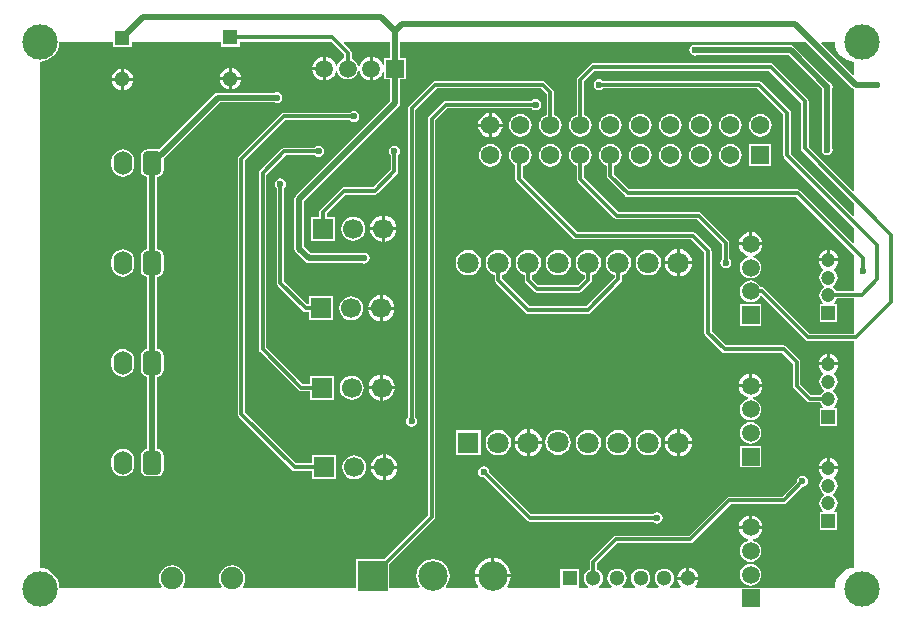
<source format=gbl>
G04*
G04 #@! TF.GenerationSoftware,Altium Limited,Altium Designer,20.1.8 (145)*
G04*
G04 Layer_Physical_Order=2*
G04 Layer_Color=16711680*
%FSLAX25Y25*%
%MOIN*%
G70*
G04*
G04 #@! TF.SameCoordinates,5DAE46FA-DCB4-4479-A142-53610109B6E0*
G04*
G04*
G04 #@! TF.FilePolarity,Positive*
G04*
G01*
G75*
%ADD44C,0.06181*%
%ADD45R,0.06181X0.06181*%
%ADD52C,0.05118*%
%ADD53R,0.05118X0.05118*%
%ADD54R,0.05118X0.05118*%
%ADD55C,0.01968*%
%ADD56C,0.01181*%
%ADD57C,0.11811*%
%ADD58C,0.05906*%
%ADD59R,0.05906X0.05906*%
%ADD60R,0.09843X0.09843*%
%ADD61C,0.09843*%
%ADD62R,0.07087X0.07087*%
%ADD63C,0.07087*%
%ADD64C,0.04724*%
%ADD65R,0.04724X0.04724*%
%ADD66R,0.06693X0.06693*%
%ADD67C,0.06693*%
G04:AMPARAMS|DCode=68|XSize=78.74mil|YSize=62.99mil|CornerRadius=15.75mil|HoleSize=0mil|Usage=FLASHONLY|Rotation=270.000|XOffset=0mil|YOffset=0mil|HoleType=Round|Shape=RoundedRectangle|*
%AMROUNDEDRECTD68*
21,1,0.07874,0.03150,0,0,270.0*
21,1,0.04724,0.06299,0,0,270.0*
1,1,0.03150,-0.01575,-0.02362*
1,1,0.03150,-0.01575,0.02362*
1,1,0.03150,0.01575,0.02362*
1,1,0.03150,0.01575,-0.02362*
%
%ADD68ROUNDEDRECTD68*%
%ADD69O,0.06299X0.07874*%
%ADD70R,0.05906X0.05906*%
%ADD71C,0.07480*%
%ADD72C,0.02362*%
G36*
X284269Y180332D02*
X284803Y179975D01*
X285039Y179929D01*
Y146114D01*
X284577Y145923D01*
X269748Y160752D01*
Y175984D01*
X269654Y176461D01*
X269384Y176864D01*
X257966Y188282D01*
X257563Y188551D01*
X257087Y188646D01*
X198031D01*
X197555Y188551D01*
X197152Y188282D01*
X192781Y183911D01*
X192512Y183508D01*
X192417Y183031D01*
Y171425D01*
X191785Y171163D01*
X191008Y170567D01*
X190412Y169790D01*
X190037Y168885D01*
X189909Y167913D01*
X190037Y166942D01*
X190412Y166037D01*
X191008Y165260D01*
X191785Y164664D01*
X192690Y164289D01*
X193661Y164161D01*
X194633Y164289D01*
X195538Y164664D01*
X196315Y165260D01*
X196911Y166037D01*
X197286Y166942D01*
X197414Y167913D01*
X197286Y168885D01*
X196911Y169790D01*
X196315Y170567D01*
X195538Y171163D01*
X194906Y171425D01*
Y182516D01*
X198547Y186157D01*
X256571D01*
X267260Y175469D01*
Y160236D01*
X267354Y159760D01*
X267624Y159356D01*
X285039Y141941D01*
Y137846D01*
X284577Y137655D01*
X263843Y158389D01*
Y172047D01*
X263748Y172523D01*
X263478Y172927D01*
X254029Y182376D01*
X253626Y182646D01*
X253150Y182740D01*
X201347D01*
X201306Y182802D01*
X200707Y183202D01*
X200000Y183343D01*
X199293Y183202D01*
X198694Y182802D01*
X198294Y182203D01*
X198153Y181496D01*
X198294Y180789D01*
X198694Y180190D01*
X199293Y179790D01*
X200000Y179650D01*
X200707Y179790D01*
X201306Y180190D01*
X201347Y180252D01*
X252634D01*
X261354Y171532D01*
Y157874D01*
X261449Y157398D01*
X261719Y156994D01*
X285039Y133673D01*
Y128791D01*
X284577Y128600D01*
X267022Y146156D01*
X266618Y146425D01*
X266142Y146520D01*
X209964D01*
X204906Y151578D01*
Y154402D01*
X205538Y154664D01*
X206315Y155260D01*
X206911Y156037D01*
X207286Y156942D01*
X207414Y157913D01*
X207286Y158885D01*
X206911Y159790D01*
X206315Y160567D01*
X205538Y161163D01*
X204633Y161538D01*
X203661Y161666D01*
X202690Y161538D01*
X201785Y161163D01*
X201008Y160567D01*
X200412Y159790D01*
X200037Y158885D01*
X199909Y157913D01*
X200037Y156942D01*
X200412Y156037D01*
X201008Y155260D01*
X201785Y154664D01*
X202417Y154402D01*
Y151063D01*
X202512Y150587D01*
X202782Y150183D01*
X208569Y144396D01*
X208973Y144126D01*
X209449Y144031D01*
X265626D01*
X285039Y124618D01*
Y112662D01*
X279013D01*
X278992Y112713D01*
X278512Y113338D01*
X277887Y113817D01*
X277721Y113886D01*
Y114427D01*
X277887Y114496D01*
X278512Y114975D01*
X278992Y115600D01*
X279293Y116328D01*
X279396Y117109D01*
X279293Y117890D01*
X278992Y118618D01*
X278512Y119243D01*
X278110Y119552D01*
X278092Y119817D01*
X278144Y120132D01*
X278776Y120617D01*
X279315Y121319D01*
X279654Y122137D01*
X279703Y122515D01*
X276378D01*
X273053D01*
X273102Y122137D01*
X273441Y121319D01*
X273980Y120617D01*
X274612Y120132D01*
X274664Y119817D01*
X274646Y119552D01*
X274244Y119243D01*
X273764Y118618D01*
X273463Y117890D01*
X273360Y117109D01*
X273463Y116328D01*
X273764Y115600D01*
X274244Y114975D01*
X274869Y114496D01*
X275034Y114427D01*
Y113886D01*
X274869Y113817D01*
X274244Y113338D01*
X273764Y112713D01*
X273463Y111985D01*
X273360Y111204D01*
X273463Y110423D01*
X273764Y109695D01*
X274244Y109070D01*
X274608Y108790D01*
X274438Y108290D01*
X273386D01*
Y102306D01*
X279370D01*
Y108290D01*
X278318D01*
X278148Y108790D01*
X278512Y109070D01*
X278992Y109695D01*
X279190Y110173D01*
X285039D01*
Y98610D01*
X284918Y98488D01*
X270200D01*
X255211Y113478D01*
X254807Y113748D01*
X254331Y113843D01*
X253756D01*
X253523Y114405D01*
X252949Y115154D01*
X252201Y115728D01*
X251329Y116089D01*
X250394Y116212D01*
X249458Y116089D01*
X248587Y115728D01*
X247838Y115154D01*
X247264Y114405D01*
X246903Y113534D01*
X246780Y112598D01*
X246903Y111663D01*
X247264Y110792D01*
X247838Y110043D01*
X248587Y109469D01*
X249458Y109108D01*
X250394Y108985D01*
X251329Y109108D01*
X252201Y109469D01*
X252949Y110043D01*
X253523Y110792D01*
X253566Y110896D01*
X254156Y111013D01*
X268805Y96364D01*
X269209Y96094D01*
X269685Y96000D01*
X285039D01*
Y20347D01*
X283758Y20220D01*
X282526Y19847D01*
X281391Y19240D01*
X280396Y18423D01*
X279579Y17428D01*
X278972Y16293D01*
X278598Y15061D01*
X278472Y13780D01*
X253976D01*
Y13819D01*
X246811D01*
Y13780D01*
X232091D01*
X231921Y14280D01*
X232066Y14391D01*
X232636Y15134D01*
X232995Y16000D01*
X233051Y16429D01*
X229528D01*
X226004D01*
X226060Y16000D01*
X226419Y15134D01*
X226989Y14391D01*
X227134Y14280D01*
X226964Y13780D01*
X223609D01*
X223439Y14280D01*
X223928Y14655D01*
X224439Y15321D01*
X224760Y16097D01*
X224870Y16929D01*
X224760Y17762D01*
X224439Y18537D01*
X223928Y19204D01*
X223262Y19715D01*
X222486Y20036D01*
X221654Y20146D01*
X220821Y20036D01*
X220045Y19715D01*
X219379Y19204D01*
X218868Y18537D01*
X218547Y17762D01*
X218437Y16929D01*
X218547Y16097D01*
X218868Y15321D01*
X219379Y14655D01*
X219868Y14280D01*
X219698Y13780D01*
X215735D01*
X215565Y14280D01*
X216054Y14655D01*
X216565Y15321D01*
X216886Y16097D01*
X216996Y16929D01*
X216886Y17762D01*
X216565Y18537D01*
X216054Y19204D01*
X215388Y19715D01*
X214612Y20036D01*
X213779Y20146D01*
X212947Y20036D01*
X212171Y19715D01*
X211505Y19204D01*
X210994Y18537D01*
X210673Y17762D01*
X210563Y16929D01*
X210673Y16097D01*
X210994Y15321D01*
X211505Y14655D01*
X211994Y14280D01*
X211824Y13780D01*
X207861D01*
X207691Y14280D01*
X208180Y14655D01*
X208691Y15321D01*
X209012Y16097D01*
X209122Y16929D01*
X209012Y17762D01*
X208691Y18537D01*
X208180Y19204D01*
X207514Y19715D01*
X206738Y20036D01*
X205906Y20146D01*
X205073Y20036D01*
X204297Y19715D01*
X203631Y19204D01*
X203120Y18537D01*
X202799Y17762D01*
X202689Y16929D01*
X202799Y16097D01*
X203120Y15321D01*
X203631Y14655D01*
X204120Y14280D01*
X203950Y13780D01*
X199987D01*
X199817Y14280D01*
X200306Y14655D01*
X200817Y15321D01*
X201138Y16097D01*
X201248Y16929D01*
X201138Y17762D01*
X200817Y18537D01*
X200306Y19204D01*
X199640Y19715D01*
X199276Y19865D01*
Y21926D01*
X206027Y28677D01*
X230315D01*
X230791Y28772D01*
X231195Y29041D01*
X243823Y41669D01*
X261417D01*
X261894Y41764D01*
X262297Y42033D01*
X267644Y47381D01*
X267717Y47366D01*
X268423Y47507D01*
X269022Y47907D01*
X269423Y48506D01*
X269563Y49213D01*
X269423Y49919D01*
X269022Y50518D01*
X268423Y50919D01*
X267717Y51059D01*
X267010Y50919D01*
X266411Y50518D01*
X266011Y49919D01*
X265870Y49213D01*
X265884Y49140D01*
X260902Y44158D01*
X243307D01*
X242831Y44063D01*
X242427Y43793D01*
X229800Y31166D01*
X205512D01*
X205036Y31071D01*
X204632Y30801D01*
X197152Y23321D01*
X196882Y22917D01*
X196787Y22441D01*
Y19865D01*
X196423Y19715D01*
X195757Y19204D01*
X195246Y18537D01*
X194925Y17762D01*
X194815Y16929D01*
X194925Y16097D01*
X195246Y15321D01*
X195757Y14655D01*
X196246Y14280D01*
X196076Y13780D01*
X193347D01*
Y20118D01*
X186969D01*
Y13780D01*
X169502D01*
X169288Y14232D01*
X169435Y14411D01*
X169985Y15440D01*
X170324Y16556D01*
X170389Y17217D01*
X164488D01*
X158588D01*
X158653Y16556D01*
X158991Y15440D01*
X159541Y14411D01*
X159688Y14232D01*
X159475Y13780D01*
X149030D01*
X148808Y14228D01*
X149337Y14917D01*
X149897Y16267D01*
X150087Y17717D01*
X149897Y19166D01*
X149337Y20516D01*
X148447Y21676D01*
X147288Y22566D01*
X145937Y23125D01*
X144488Y23316D01*
X143039Y23125D01*
X141689Y22566D01*
X140529Y21676D01*
X139639Y20516D01*
X139080Y19166D01*
X138889Y17717D01*
X139080Y16267D01*
X139639Y14917D01*
X140168Y14228D01*
X139947Y13780D01*
X130039D01*
Y21508D01*
X144974Y36443D01*
X145244Y36847D01*
X145339Y37323D01*
Y169563D01*
X149334Y173559D01*
X177393D01*
X177435Y173497D01*
X178033Y173097D01*
X178740Y172957D01*
X179447Y173097D01*
X180046Y173497D01*
X180446Y174097D01*
X180587Y174803D01*
X180446Y175510D01*
X180046Y176109D01*
X179447Y176509D01*
X178740Y176650D01*
X178033Y176509D01*
X177435Y176109D01*
X177393Y176048D01*
X148819D01*
X148343Y175953D01*
X147939Y175683D01*
X143215Y170959D01*
X142945Y170555D01*
X142850Y170079D01*
Y37838D01*
X128279Y23268D01*
X118937D01*
Y13780D01*
X81291D01*
X81070Y14228D01*
X81400Y14658D01*
X81840Y15721D01*
X81990Y16862D01*
X81840Y18003D01*
X81400Y19066D01*
X80699Y19979D01*
X79787Y20679D01*
X78724Y21120D01*
X77583Y21270D01*
X76442Y21120D01*
X75379Y20679D01*
X74466Y19979D01*
X73765Y19066D01*
X73325Y18003D01*
X73175Y16862D01*
X73325Y15721D01*
X73765Y14658D01*
X74096Y14228D01*
X73874Y13780D01*
X61291D01*
X61070Y14228D01*
X61400Y14658D01*
X61840Y15721D01*
X61990Y16862D01*
X61840Y18003D01*
X61400Y19066D01*
X60699Y19979D01*
X59787Y20679D01*
X58723Y21120D01*
X57583Y21270D01*
X56442Y21120D01*
X55379Y20679D01*
X54466Y19979D01*
X53765Y19066D01*
X53325Y18003D01*
X53175Y16862D01*
X53325Y15721D01*
X53765Y14658D01*
X54096Y14228D01*
X53874Y13780D01*
X19953D01*
X19827Y15061D01*
X19453Y16293D01*
X18846Y17428D01*
X18029Y18423D01*
X17034Y19240D01*
X15899Y19847D01*
X14667Y20220D01*
X13386Y20347D01*
Y189102D01*
X14667Y189228D01*
X15899Y189602D01*
X17034Y190209D01*
X18029Y191026D01*
X18846Y192021D01*
X19453Y193156D01*
X19827Y194388D01*
X19953Y195669D01*
X37756D01*
Y193858D01*
X44134D01*
Y195669D01*
X73796D01*
Y194072D01*
X80174D01*
Y195669D01*
X110839D01*
X114897Y191611D01*
Y190173D01*
X114335Y189941D01*
X113586Y189366D01*
X113012Y188618D01*
X112651Y187746D01*
X112644Y187687D01*
X112139D01*
X112119Y187843D01*
X111720Y188804D01*
X111087Y189630D01*
X110261Y190264D01*
X109300Y190662D01*
X108768Y190732D01*
Y186811D01*
Y182890D01*
X109300Y182960D01*
X110261Y183358D01*
X111087Y183992D01*
X111720Y184818D01*
X112119Y185779D01*
X112139Y185935D01*
X112644D01*
X112651Y185876D01*
X113012Y185004D01*
X113586Y184256D01*
X114335Y183682D01*
X115207Y183321D01*
X116142Y183197D01*
X117077Y183321D01*
X117948Y183682D01*
X118697Y184256D01*
X119271Y185004D01*
X119632Y185876D01*
X119640Y185935D01*
X120144D01*
X120165Y185779D01*
X120563Y184818D01*
X121197Y183992D01*
X122022Y183358D01*
X122984Y182960D01*
X123516Y182890D01*
Y186811D01*
Y190732D01*
X122984Y190662D01*
X122022Y190264D01*
X121197Y189630D01*
X120563Y188804D01*
X120165Y187843D01*
X120144Y187687D01*
X119640D01*
X119632Y187746D01*
X119271Y188618D01*
X118697Y189366D01*
X117948Y189941D01*
X117386Y190173D01*
Y192126D01*
X117291Y192602D01*
X117022Y193006D01*
X114820Y195207D01*
X115012Y195669D01*
X130244D01*
Y190394D01*
X128307D01*
Y188086D01*
X127807Y187987D01*
X127469Y188804D01*
X126835Y189630D01*
X126009Y190264D01*
X125048Y190662D01*
X124516Y190732D01*
Y186811D01*
Y182890D01*
X125048Y182960D01*
X126009Y183358D01*
X126835Y183992D01*
X127469Y184818D01*
X127807Y185635D01*
X128307Y185536D01*
Y183228D01*
X130244D01*
Y175879D01*
X98836Y144471D01*
X98479Y143937D01*
X98354Y143307D01*
Y126772D01*
X98479Y126142D01*
X98836Y125608D01*
X101986Y122458D01*
X102520Y122101D01*
X103150Y121976D01*
X120857D01*
X120947Y121916D01*
X121653Y121775D01*
X122360Y121916D01*
X122959Y122316D01*
X123360Y122915D01*
X123500Y123622D01*
X123360Y124329D01*
X122959Y124928D01*
X122360Y125328D01*
X121653Y125469D01*
X120947Y125328D01*
X120857Y125268D01*
X103831D01*
X101646Y127453D01*
Y142625D01*
X133054Y174033D01*
X133410Y174567D01*
X133536Y175197D01*
Y183228D01*
X135472D01*
Y190394D01*
X133536D01*
Y195669D01*
X268932D01*
X284269Y180332D01*
D02*
G37*
G36*
X278598Y194388D02*
X278972Y193156D01*
X279579Y192021D01*
X280396Y191026D01*
X281391Y190209D01*
X282526Y189602D01*
X283758Y189228D01*
X285039Y189102D01*
Y184871D01*
X284577Y184679D01*
X274049Y195207D01*
X274241Y195669D01*
X278472D01*
X278598Y194388D01*
D02*
G37*
%LPC*%
G36*
X107768Y190732D02*
X107236Y190662D01*
X106274Y190264D01*
X105449Y189630D01*
X104815Y188804D01*
X104417Y187843D01*
X104347Y187311D01*
X107768D01*
Y190732D01*
D02*
G37*
G36*
X77485Y187005D02*
Y183981D01*
X80509D01*
X80453Y184410D01*
X80094Y185276D01*
X79524Y186020D01*
X78780Y186590D01*
X77914Y186949D01*
X77485Y187005D01*
D02*
G37*
G36*
X76485D02*
X76056Y186949D01*
X75190Y186590D01*
X74447Y186020D01*
X73876Y185276D01*
X73518Y184410D01*
X73461Y183981D01*
X76485D01*
Y187005D01*
D02*
G37*
G36*
X41445Y186792D02*
Y183768D01*
X44469D01*
X44412Y184197D01*
X44054Y185063D01*
X43483Y185806D01*
X42740Y186377D01*
X41874Y186735D01*
X41445Y186792D01*
D02*
G37*
G36*
X40445D02*
X40016Y186735D01*
X39150Y186377D01*
X38407Y185806D01*
X37836Y185063D01*
X37477Y184197D01*
X37421Y183768D01*
X40445D01*
Y186792D01*
D02*
G37*
G36*
X107768Y186311D02*
X104347D01*
X104417Y185779D01*
X104815Y184818D01*
X105449Y183992D01*
X106274Y183358D01*
X107236Y182960D01*
X107768Y182890D01*
Y186311D01*
D02*
G37*
G36*
X76485Y182981D02*
X73461D01*
X73518Y182552D01*
X73876Y181686D01*
X74447Y180943D01*
X75190Y180373D01*
X76056Y180014D01*
X76485Y179957D01*
Y182981D01*
D02*
G37*
G36*
X80509D02*
X77485D01*
Y179957D01*
X77914Y180014D01*
X78780Y180373D01*
X79524Y180943D01*
X80094Y181686D01*
X80453Y182552D01*
X80509Y182981D01*
D02*
G37*
G36*
X44469Y182768D02*
X41445D01*
Y179744D01*
X41874Y179800D01*
X42740Y180159D01*
X43483Y180729D01*
X44054Y181473D01*
X44412Y182339D01*
X44469Y182768D01*
D02*
G37*
G36*
X40445D02*
X37421D01*
X37477Y182339D01*
X37836Y181473D01*
X38407Y180729D01*
X39150Y180159D01*
X40016Y179800D01*
X40445Y179744D01*
Y182768D01*
D02*
G37*
G36*
X92520Y179012D02*
X91813Y178871D01*
X91723Y178811D01*
X72835D01*
X72205Y178686D01*
X71671Y178329D01*
X53149Y159808D01*
X52559Y159925D01*
X49409D01*
X48549Y159754D01*
X47820Y159267D01*
X47333Y158537D01*
X47161Y157677D01*
Y152953D01*
X47333Y152093D01*
X47820Y151363D01*
X48549Y150876D01*
X49338Y150719D01*
Y126627D01*
X48549Y126470D01*
X47820Y125982D01*
X47333Y125253D01*
X47161Y124393D01*
Y119668D01*
X47333Y118808D01*
X47820Y118079D01*
X48549Y117592D01*
X49338Y117435D01*
Y93342D01*
X48549Y93185D01*
X47820Y92698D01*
X47333Y91969D01*
X47161Y91108D01*
Y86384D01*
X47333Y85524D01*
X47820Y84794D01*
X48549Y84307D01*
X49338Y84150D01*
Y60058D01*
X48549Y59901D01*
X47820Y59413D01*
X47333Y58684D01*
X47161Y57824D01*
Y53099D01*
X47333Y52239D01*
X47820Y51510D01*
X48549Y51023D01*
X49409Y50852D01*
X52559D01*
X53419Y51023D01*
X54149Y51510D01*
X54636Y52239D01*
X54807Y53099D01*
Y57824D01*
X54636Y58684D01*
X54149Y59413D01*
X53419Y59901D01*
X52630Y60058D01*
Y84150D01*
X53419Y84307D01*
X54149Y84794D01*
X54636Y85524D01*
X54807Y86384D01*
Y91108D01*
X54636Y91969D01*
X54149Y92698D01*
X53419Y93185D01*
X52630Y93342D01*
Y117435D01*
X53419Y117592D01*
X54149Y118079D01*
X54636Y118808D01*
X54807Y119668D01*
Y124393D01*
X54636Y125253D01*
X54149Y125982D01*
X53419Y126470D01*
X52630Y126627D01*
Y150719D01*
X53419Y150876D01*
X54149Y151363D01*
X54636Y152093D01*
X54807Y152953D01*
Y156837D01*
X54887Y156890D01*
X73516Y175520D01*
X91723D01*
X91813Y175459D01*
X92520Y175319D01*
X93226Y175459D01*
X93825Y175860D01*
X94226Y176459D01*
X94366Y177165D01*
X94226Y177872D01*
X93825Y178471D01*
X93226Y178871D01*
X92520Y179012D01*
D02*
G37*
G36*
X118110Y172713D02*
X117404Y172572D01*
X116805Y172172D01*
X116764Y172110D01*
X94882D01*
X94406Y172016D01*
X94002Y171746D01*
X79829Y157573D01*
X79559Y157169D01*
X79464Y156693D01*
Y71653D01*
X79559Y71177D01*
X79829Y70774D01*
X97545Y53057D01*
X97949Y52787D01*
X98425Y52693D01*
X104291D01*
Y49961D01*
X112244D01*
Y57913D01*
X104291D01*
Y55181D01*
X98941D01*
X81953Y72169D01*
Y156177D01*
X95397Y169622D01*
X116764D01*
X116805Y169561D01*
X117404Y169160D01*
X118110Y169020D01*
X118817Y169160D01*
X119416Y169561D01*
X119816Y170159D01*
X119957Y170866D01*
X119816Y171573D01*
X119416Y172172D01*
X118817Y172572D01*
X118110Y172713D01*
D02*
G37*
G36*
X164161Y171973D02*
Y168413D01*
X167721D01*
X167647Y168981D01*
X167235Y169976D01*
X166579Y170831D01*
X165724Y171486D01*
X164729Y171899D01*
X164161Y171973D01*
D02*
G37*
G36*
X163161D02*
X162594Y171899D01*
X161599Y171486D01*
X160744Y170831D01*
X160088Y169976D01*
X159676Y168981D01*
X159601Y168413D01*
X163161D01*
Y171973D01*
D02*
G37*
G36*
X253661Y171666D02*
X252690Y171538D01*
X251785Y171163D01*
X251008Y170567D01*
X250412Y169790D01*
X250037Y168885D01*
X249909Y167913D01*
X250037Y166942D01*
X250412Y166037D01*
X251008Y165260D01*
X251785Y164664D01*
X252690Y164289D01*
X253661Y164161D01*
X254633Y164289D01*
X255538Y164664D01*
X256315Y165260D01*
X256911Y166037D01*
X257286Y166942D01*
X257414Y167913D01*
X257286Y168885D01*
X256911Y169790D01*
X256315Y170567D01*
X255538Y171163D01*
X254633Y171538D01*
X253661Y171666D01*
D02*
G37*
G36*
X243661D02*
X242690Y171538D01*
X241785Y171163D01*
X241008Y170567D01*
X240412Y169790D01*
X240037Y168885D01*
X239909Y167913D01*
X240037Y166942D01*
X240412Y166037D01*
X241008Y165260D01*
X241785Y164664D01*
X242690Y164289D01*
X243661Y164161D01*
X244633Y164289D01*
X245538Y164664D01*
X246315Y165260D01*
X246911Y166037D01*
X247286Y166942D01*
X247414Y167913D01*
X247286Y168885D01*
X246911Y169790D01*
X246315Y170567D01*
X245538Y171163D01*
X244633Y171538D01*
X243661Y171666D01*
D02*
G37*
G36*
X233661D02*
X232690Y171538D01*
X231785Y171163D01*
X231008Y170567D01*
X230412Y169790D01*
X230037Y168885D01*
X229909Y167913D01*
X230037Y166942D01*
X230412Y166037D01*
X231008Y165260D01*
X231785Y164664D01*
X232690Y164289D01*
X233661Y164161D01*
X234633Y164289D01*
X235538Y164664D01*
X236315Y165260D01*
X236911Y166037D01*
X237286Y166942D01*
X237414Y167913D01*
X237286Y168885D01*
X236911Y169790D01*
X236315Y170567D01*
X235538Y171163D01*
X234633Y171538D01*
X233661Y171666D01*
D02*
G37*
G36*
X223661D02*
X222690Y171538D01*
X221785Y171163D01*
X221008Y170567D01*
X220412Y169790D01*
X220037Y168885D01*
X219909Y167913D01*
X220037Y166942D01*
X220412Y166037D01*
X221008Y165260D01*
X221785Y164664D01*
X222690Y164289D01*
X223661Y164161D01*
X224633Y164289D01*
X225538Y164664D01*
X226315Y165260D01*
X226911Y166037D01*
X227286Y166942D01*
X227414Y167913D01*
X227286Y168885D01*
X226911Y169790D01*
X226315Y170567D01*
X225538Y171163D01*
X224633Y171538D01*
X223661Y171666D01*
D02*
G37*
G36*
X213661D02*
X212690Y171538D01*
X211785Y171163D01*
X211008Y170567D01*
X210412Y169790D01*
X210037Y168885D01*
X209909Y167913D01*
X210037Y166942D01*
X210412Y166037D01*
X211008Y165260D01*
X211785Y164664D01*
X212690Y164289D01*
X213661Y164161D01*
X214633Y164289D01*
X215538Y164664D01*
X216315Y165260D01*
X216911Y166037D01*
X217286Y166942D01*
X217414Y167913D01*
X217286Y168885D01*
X216911Y169790D01*
X216315Y170567D01*
X215538Y171163D01*
X214633Y171538D01*
X213661Y171666D01*
D02*
G37*
G36*
X203661D02*
X202690Y171538D01*
X201785Y171163D01*
X201008Y170567D01*
X200412Y169790D01*
X200037Y168885D01*
X199909Y167913D01*
X200037Y166942D01*
X200412Y166037D01*
X201008Y165260D01*
X201785Y164664D01*
X202690Y164289D01*
X203661Y164161D01*
X204633Y164289D01*
X205538Y164664D01*
X206315Y165260D01*
X206911Y166037D01*
X207286Y166942D01*
X207414Y167913D01*
X207286Y168885D01*
X206911Y169790D01*
X206315Y170567D01*
X205538Y171163D01*
X204633Y171538D01*
X203661Y171666D01*
D02*
G37*
G36*
X181102Y182740D02*
X145276D01*
X144799Y182646D01*
X144396Y182376D01*
X136522Y174502D01*
X136252Y174098D01*
X136157Y173622D01*
Y70638D01*
X136096Y70597D01*
X135696Y69998D01*
X135555Y69291D01*
X135696Y68585D01*
X136096Y67986D01*
X136695Y67585D01*
X137402Y67445D01*
X138108Y67585D01*
X138707Y67986D01*
X139108Y68585D01*
X139248Y69291D01*
X139108Y69998D01*
X138707Y70597D01*
X138646Y70638D01*
Y173107D01*
X145791Y180252D01*
X180587D01*
X182417Y178422D01*
Y171425D01*
X181785Y171163D01*
X181008Y170567D01*
X180412Y169790D01*
X180037Y168885D01*
X179909Y167913D01*
X180037Y166942D01*
X180412Y166037D01*
X181008Y165260D01*
X181785Y164664D01*
X182690Y164289D01*
X183661Y164161D01*
X184633Y164289D01*
X185538Y164664D01*
X186315Y165260D01*
X186911Y166037D01*
X187286Y166942D01*
X187414Y167913D01*
X187286Y168885D01*
X186911Y169790D01*
X186315Y170567D01*
X185538Y171163D01*
X184906Y171425D01*
Y178937D01*
X184811Y179413D01*
X184541Y179817D01*
X181982Y182376D01*
X181579Y182646D01*
X181102Y182740D01*
D02*
G37*
G36*
X173661Y171666D02*
X172690Y171538D01*
X171785Y171163D01*
X171008Y170567D01*
X170412Y169790D01*
X170037Y168885D01*
X169909Y167913D01*
X170037Y166942D01*
X170412Y166037D01*
X171008Y165260D01*
X171785Y164664D01*
X172690Y164289D01*
X173661Y164161D01*
X174633Y164289D01*
X175538Y164664D01*
X176315Y165260D01*
X176911Y166037D01*
X177286Y166942D01*
X177414Y167913D01*
X177286Y168885D01*
X176911Y169790D01*
X176315Y170567D01*
X175538Y171163D01*
X174633Y171538D01*
X173661Y171666D01*
D02*
G37*
G36*
X167721Y167413D02*
X164161D01*
Y163853D01*
X164729Y163928D01*
X165724Y164340D01*
X166579Y164996D01*
X167235Y165850D01*
X167647Y166846D01*
X167721Y167413D01*
D02*
G37*
G36*
X163161D02*
X159601D01*
X159676Y166846D01*
X160088Y165850D01*
X160744Y164996D01*
X161599Y164340D01*
X162594Y163928D01*
X163161Y163853D01*
Y167413D01*
D02*
G37*
G36*
X231890Y194760D02*
X231183Y194619D01*
X230584Y194219D01*
X230184Y193620D01*
X230043Y192913D01*
X230184Y192207D01*
X230584Y191608D01*
X231183Y191207D01*
X231890Y191067D01*
X232596Y191207D01*
X232686Y191268D01*
X263098D01*
X274257Y180108D01*
X274278Y180002D01*
X274339Y179912D01*
Y160578D01*
X274303Y160524D01*
X274162Y159818D01*
X274303Y159111D01*
X274703Y158512D01*
X275302Y158112D01*
X276009Y157971D01*
X276715Y158112D01*
X277314Y158512D01*
X277715Y159111D01*
X277855Y159818D01*
X277715Y160524D01*
X277630Y160651D01*
Y179912D01*
X277690Y180002D01*
X277831Y180709D01*
X277690Y181415D01*
X277290Y182014D01*
X276691Y182415D01*
X276585Y182436D01*
X264943Y194077D01*
X264409Y194434D01*
X263779Y194559D01*
X232686D01*
X232596Y194619D01*
X231890Y194760D01*
D02*
G37*
G36*
X106410Y161056D02*
X105703Y160915D01*
X105104Y160515D01*
X105063Y160453D01*
X95036D01*
X94560Y160359D01*
X94156Y160089D01*
X86915Y152848D01*
X86646Y152445D01*
X86551Y151969D01*
Y93307D01*
X86646Y92831D01*
X86915Y92427D01*
X99776Y79566D01*
X100180Y79296D01*
X100656Y79202D01*
X103504D01*
Y76470D01*
X111457D01*
Y84423D01*
X103504D01*
Y81691D01*
X101172D01*
X89040Y93822D01*
Y151453D01*
X95551Y157965D01*
X105063D01*
X105104Y157904D01*
X105703Y157503D01*
X106410Y157363D01*
X107116Y157503D01*
X107715Y157904D01*
X108115Y158502D01*
X108256Y159209D01*
X108115Y159916D01*
X107715Y160515D01*
X107116Y160915D01*
X106410Y161056D01*
D02*
G37*
G36*
X257382Y161634D02*
X249941D01*
Y154193D01*
X257382D01*
Y161634D01*
D02*
G37*
G36*
X243661Y161666D02*
X242690Y161538D01*
X241785Y161163D01*
X241008Y160567D01*
X240412Y159790D01*
X240037Y158885D01*
X239909Y157913D01*
X240037Y156942D01*
X240412Y156037D01*
X241008Y155260D01*
X241785Y154664D01*
X242690Y154289D01*
X243661Y154161D01*
X244633Y154289D01*
X245538Y154664D01*
X246315Y155260D01*
X246911Y156037D01*
X247286Y156942D01*
X247414Y157913D01*
X247286Y158885D01*
X246911Y159790D01*
X246315Y160567D01*
X245538Y161163D01*
X244633Y161538D01*
X243661Y161666D01*
D02*
G37*
G36*
X233661D02*
X232690Y161538D01*
X231785Y161163D01*
X231008Y160567D01*
X230412Y159790D01*
X230037Y158885D01*
X229909Y157913D01*
X230037Y156942D01*
X230412Y156037D01*
X231008Y155260D01*
X231785Y154664D01*
X232690Y154289D01*
X233661Y154161D01*
X234633Y154289D01*
X235538Y154664D01*
X236315Y155260D01*
X236911Y156037D01*
X237286Y156942D01*
X237414Y157913D01*
X237286Y158885D01*
X236911Y159790D01*
X236315Y160567D01*
X235538Y161163D01*
X234633Y161538D01*
X233661Y161666D01*
D02*
G37*
G36*
X223661D02*
X222690Y161538D01*
X221785Y161163D01*
X221008Y160567D01*
X220412Y159790D01*
X220037Y158885D01*
X219909Y157913D01*
X220037Y156942D01*
X220412Y156037D01*
X221008Y155260D01*
X221785Y154664D01*
X222690Y154289D01*
X223661Y154161D01*
X224633Y154289D01*
X225538Y154664D01*
X226315Y155260D01*
X226911Y156037D01*
X227286Y156942D01*
X227414Y157913D01*
X227286Y158885D01*
X226911Y159790D01*
X226315Y160567D01*
X225538Y161163D01*
X224633Y161538D01*
X223661Y161666D01*
D02*
G37*
G36*
X213661D02*
X212690Y161538D01*
X211785Y161163D01*
X211008Y160567D01*
X210412Y159790D01*
X210037Y158885D01*
X209909Y157913D01*
X210037Y156942D01*
X210412Y156037D01*
X211008Y155260D01*
X211785Y154664D01*
X212690Y154289D01*
X213661Y154161D01*
X214633Y154289D01*
X215538Y154664D01*
X216315Y155260D01*
X216911Y156037D01*
X217286Y156942D01*
X217414Y157913D01*
X217286Y158885D01*
X216911Y159790D01*
X216315Y160567D01*
X215538Y161163D01*
X214633Y161538D01*
X213661Y161666D01*
D02*
G37*
G36*
X183661D02*
X182690Y161538D01*
X181785Y161163D01*
X181008Y160567D01*
X180412Y159790D01*
X180037Y158885D01*
X179909Y157913D01*
X180037Y156942D01*
X180412Y156037D01*
X181008Y155260D01*
X181785Y154664D01*
X182690Y154289D01*
X183661Y154161D01*
X184633Y154289D01*
X185538Y154664D01*
X186315Y155260D01*
X186911Y156037D01*
X187286Y156942D01*
X187414Y157913D01*
X187286Y158885D01*
X186911Y159790D01*
X186315Y160567D01*
X185538Y161163D01*
X184633Y161538D01*
X183661Y161666D01*
D02*
G37*
G36*
X163661D02*
X162690Y161538D01*
X161785Y161163D01*
X161008Y160567D01*
X160412Y159790D01*
X160037Y158885D01*
X159909Y157913D01*
X160037Y156942D01*
X160412Y156037D01*
X161008Y155260D01*
X161785Y154664D01*
X162690Y154289D01*
X163661Y154161D01*
X164633Y154289D01*
X165538Y154664D01*
X166315Y155260D01*
X166911Y156037D01*
X167286Y156942D01*
X167414Y157913D01*
X167286Y158885D01*
X166911Y159790D01*
X166315Y160567D01*
X165538Y161163D01*
X164633Y161538D01*
X163661Y161666D01*
D02*
G37*
G36*
X41142Y159915D02*
X40155Y159785D01*
X39236Y159404D01*
X38446Y158798D01*
X37840Y158009D01*
X37459Y157089D01*
X37330Y156102D01*
Y154528D01*
X37459Y153541D01*
X37840Y152621D01*
X38446Y151832D01*
X39236Y151226D01*
X40155Y150845D01*
X41142Y150715D01*
X42128Y150845D01*
X43048Y151226D01*
X43837Y151832D01*
X44443Y152621D01*
X44824Y153541D01*
X44954Y154528D01*
Y156102D01*
X44824Y157089D01*
X44443Y158009D01*
X43837Y158798D01*
X43048Y159404D01*
X42128Y159785D01*
X41142Y159915D01*
D02*
G37*
G36*
X128453Y137783D02*
Y133965D01*
X132271D01*
X132187Y134599D01*
X131749Y135656D01*
X131053Y136565D01*
X130145Y137261D01*
X129087Y137699D01*
X128453Y137783D01*
D02*
G37*
G36*
X127453D02*
X126818Y137699D01*
X125761Y137261D01*
X124853Y136565D01*
X124156Y135656D01*
X123718Y134599D01*
X123635Y133965D01*
X127453D01*
Y137783D01*
D02*
G37*
G36*
X131693Y161056D02*
X130986Y160915D01*
X130387Y160515D01*
X129987Y159916D01*
X129846Y159209D01*
X129987Y158502D01*
X130387Y157904D01*
X130448Y157862D01*
Y153075D01*
X124681Y147307D01*
X114961D01*
X114484Y147213D01*
X114081Y146943D01*
X107073Y139935D01*
X106803Y139531D01*
X106708Y139055D01*
Y137441D01*
X103976D01*
Y129488D01*
X111929D01*
Y137441D01*
X109197D01*
Y138540D01*
X115476Y144819D01*
X125197D01*
X125673Y144913D01*
X126077Y145183D01*
X132573Y151679D01*
X132843Y152083D01*
X132937Y152559D01*
Y157862D01*
X132999Y157904D01*
X133399Y158502D01*
X133539Y159209D01*
X133399Y159916D01*
X132999Y160515D01*
X132399Y160915D01*
X131693Y161056D01*
D02*
G37*
G36*
X117953Y137475D02*
X116915Y137339D01*
X115947Y136938D01*
X115117Y136301D01*
X114479Y135470D01*
X114079Y134503D01*
X113942Y133465D01*
X114079Y132427D01*
X114479Y131459D01*
X115117Y130629D01*
X115947Y129991D01*
X116915Y129590D01*
X117953Y129454D01*
X118991Y129590D01*
X119958Y129991D01*
X120789Y130629D01*
X121426Y131459D01*
X121827Y132427D01*
X121963Y133465D01*
X121827Y134503D01*
X121426Y135470D01*
X120789Y136301D01*
X119958Y136938D01*
X118991Y137339D01*
X117953Y137475D01*
D02*
G37*
G36*
X132271Y132965D02*
X128453D01*
Y129146D01*
X129087Y129230D01*
X130145Y129668D01*
X131053Y130365D01*
X131749Y131273D01*
X132187Y132330D01*
X132271Y132965D01*
D02*
G37*
G36*
X127453D02*
X123635D01*
X123718Y132330D01*
X124156Y131273D01*
X124853Y130365D01*
X125761Y129668D01*
X126818Y129230D01*
X127453Y129146D01*
Y132965D01*
D02*
G37*
G36*
X250894Y132267D02*
Y128846D01*
X254315D01*
X254245Y129378D01*
X253846Y130340D01*
X253213Y131166D01*
X252387Y131799D01*
X251426Y132197D01*
X250894Y132267D01*
D02*
G37*
G36*
X249894Y132267D02*
X249362Y132197D01*
X248400Y131799D01*
X247575Y131166D01*
X246941Y130340D01*
X246543Y129378D01*
X246473Y128846D01*
X249894D01*
Y132267D01*
D02*
G37*
G36*
X276878Y126340D02*
Y123515D01*
X279703D01*
X279654Y123892D01*
X279315Y124710D01*
X278776Y125413D01*
X278074Y125952D01*
X277256Y126290D01*
X276878Y126340D01*
D02*
G37*
G36*
X275878D02*
X275500Y126290D01*
X274682Y125952D01*
X273980Y125413D01*
X273441Y124710D01*
X273102Y123892D01*
X273053Y123515D01*
X275878D01*
Y126340D01*
D02*
G37*
G36*
X226839Y126643D02*
Y122626D01*
X230855D01*
X230765Y123312D01*
X230307Y124417D01*
X229579Y125366D01*
X228630Y126094D01*
X227525Y126552D01*
X226839Y126643D01*
D02*
G37*
G36*
X225839D02*
X225152Y126552D01*
X224047Y126094D01*
X223098Y125366D01*
X222370Y124417D01*
X221912Y123312D01*
X221822Y122626D01*
X225839D01*
Y126643D01*
D02*
G37*
G36*
X193661Y161666D02*
X192690Y161538D01*
X191785Y161163D01*
X191008Y160567D01*
X190412Y159790D01*
X190037Y158885D01*
X189909Y157913D01*
X190037Y156942D01*
X190412Y156037D01*
X191008Y155260D01*
X191785Y154664D01*
X192417Y154402D01*
Y150039D01*
X192512Y149563D01*
X192781Y149160D01*
X205026Y136915D01*
X205429Y136646D01*
X205906Y136551D01*
X232555D01*
X240882Y128225D01*
Y123394D01*
X240820Y123353D01*
X240420Y122754D01*
X240280Y122047D01*
X240420Y121341D01*
X240820Y120742D01*
X241419Y120341D01*
X242126Y120201D01*
X242833Y120341D01*
X243432Y120742D01*
X243832Y121341D01*
X243972Y122047D01*
X243832Y122754D01*
X243432Y123353D01*
X243370Y123394D01*
Y128740D01*
X243276Y129216D01*
X243006Y129620D01*
X233951Y138675D01*
X233547Y138945D01*
X233071Y139040D01*
X206421D01*
X194906Y150555D01*
Y154402D01*
X195538Y154664D01*
X196315Y155260D01*
X196911Y156037D01*
X197286Y156942D01*
X197414Y157913D01*
X197286Y158885D01*
X196911Y159790D01*
X196315Y160567D01*
X195538Y161163D01*
X194633Y161538D01*
X193661Y161666D01*
D02*
G37*
G36*
X216339Y126335D02*
X215249Y126192D01*
X214234Y125771D01*
X213362Y125102D01*
X212693Y124231D01*
X212273Y123215D01*
X212129Y122126D01*
X212273Y121037D01*
X212693Y120021D01*
X213362Y119150D01*
X214234Y118481D01*
X215249Y118060D01*
X216339Y117917D01*
X217428Y118060D01*
X218443Y118481D01*
X219315Y119150D01*
X219984Y120021D01*
X220404Y121037D01*
X220548Y122126D01*
X220404Y123215D01*
X219984Y124231D01*
X219315Y125102D01*
X218443Y125771D01*
X217428Y126192D01*
X216339Y126335D01*
D02*
G37*
G36*
X186339D02*
X185249Y126192D01*
X184234Y125771D01*
X183362Y125102D01*
X182693Y124231D01*
X182273Y123215D01*
X182129Y122126D01*
X182273Y121037D01*
X182693Y120021D01*
X183362Y119150D01*
X184234Y118481D01*
X185249Y118060D01*
X186339Y117917D01*
X187428Y118060D01*
X188443Y118481D01*
X189315Y119150D01*
X189984Y120021D01*
X190404Y121037D01*
X190548Y122126D01*
X190404Y123215D01*
X189984Y124231D01*
X189315Y125102D01*
X188443Y125771D01*
X187428Y126192D01*
X186339Y126335D01*
D02*
G37*
G36*
X156339D02*
X155249Y126192D01*
X154234Y125771D01*
X153362Y125102D01*
X152693Y124231D01*
X152273Y123215D01*
X152129Y122126D01*
X152273Y121037D01*
X152693Y120021D01*
X153362Y119150D01*
X154234Y118481D01*
X155249Y118060D01*
X156339Y117917D01*
X157428Y118060D01*
X158443Y118481D01*
X159315Y119150D01*
X159984Y120021D01*
X160404Y121037D01*
X160548Y122126D01*
X160404Y123215D01*
X159984Y124231D01*
X159315Y125102D01*
X158443Y125771D01*
X157428Y126192D01*
X156339Y126335D01*
D02*
G37*
G36*
X230855Y121626D02*
X226839D01*
Y117609D01*
X227525Y117700D01*
X228630Y118157D01*
X229579Y118886D01*
X230307Y119835D01*
X230765Y120940D01*
X230855Y121626D01*
D02*
G37*
G36*
X225839D02*
X221822D01*
X221912Y120940D01*
X222370Y119835D01*
X223098Y118886D01*
X224047Y118157D01*
X225152Y117700D01*
X225839Y117609D01*
Y121626D01*
D02*
G37*
G36*
X41142Y126630D02*
X40155Y126500D01*
X39236Y126119D01*
X38446Y125514D01*
X37840Y124724D01*
X37459Y123805D01*
X37330Y122818D01*
Y121243D01*
X37459Y120256D01*
X37840Y119337D01*
X38446Y118547D01*
X39236Y117942D01*
X40155Y117561D01*
X41142Y117431D01*
X42128Y117561D01*
X43048Y117942D01*
X43837Y118547D01*
X44443Y119337D01*
X44824Y120256D01*
X44954Y121243D01*
Y122818D01*
X44824Y123805D01*
X44443Y124724D01*
X43837Y125514D01*
X43048Y126119D01*
X42128Y126500D01*
X41142Y126630D01*
D02*
G37*
G36*
X254315Y127846D02*
X250394D01*
X246473D01*
X246543Y127315D01*
X246941Y126353D01*
X247575Y125527D01*
X248400Y124894D01*
X249362Y124495D01*
X249517Y124475D01*
Y123971D01*
X249458Y123963D01*
X248587Y123602D01*
X247838Y123028D01*
X247264Y122279D01*
X246903Y121408D01*
X246780Y120472D01*
X246903Y119537D01*
X247264Y118666D01*
X247838Y117917D01*
X248587Y117343D01*
X249458Y116982D01*
X250394Y116859D01*
X251329Y116982D01*
X252201Y117343D01*
X252949Y117917D01*
X253523Y118666D01*
X253884Y119537D01*
X254007Y120472D01*
X253884Y121408D01*
X253523Y122279D01*
X252949Y123028D01*
X252201Y123602D01*
X251329Y123963D01*
X251270Y123971D01*
Y124475D01*
X251426Y124495D01*
X252387Y124894D01*
X253213Y125527D01*
X253846Y126353D01*
X254245Y127315D01*
X254315Y127846D01*
D02*
G37*
G36*
X196339Y126335D02*
X195249Y126192D01*
X194234Y125771D01*
X193362Y125102D01*
X192693Y124231D01*
X192273Y123215D01*
X192129Y122126D01*
X192273Y121037D01*
X192693Y120021D01*
X193362Y119150D01*
X194234Y118481D01*
X195094Y118124D01*
Y116933D01*
X192792Y114630D01*
X179649D01*
X177583Y116697D01*
Y118124D01*
X178443Y118481D01*
X179315Y119150D01*
X179984Y120021D01*
X180404Y121037D01*
X180548Y122126D01*
X180404Y123215D01*
X179984Y124231D01*
X179315Y125102D01*
X178443Y125771D01*
X177428Y126192D01*
X176339Y126335D01*
X175249Y126192D01*
X174234Y125771D01*
X173362Y125102D01*
X172693Y124231D01*
X172273Y123215D01*
X172129Y122126D01*
X172273Y121037D01*
X172693Y120021D01*
X173362Y119150D01*
X174234Y118481D01*
X175094Y118124D01*
Y116181D01*
X175189Y115705D01*
X175459Y115301D01*
X178254Y112506D01*
X178658Y112236D01*
X179134Y112142D01*
X193307D01*
X193783Y112236D01*
X194187Y112506D01*
X197219Y115537D01*
X197488Y115941D01*
X197583Y116417D01*
Y118124D01*
X198443Y118481D01*
X199315Y119150D01*
X199984Y120021D01*
X200404Y121037D01*
X200548Y122126D01*
X200404Y123215D01*
X199984Y124231D01*
X199315Y125102D01*
X198443Y125771D01*
X197428Y126192D01*
X196339Y126335D01*
D02*
G37*
G36*
X206339D02*
X205249Y126192D01*
X204234Y125771D01*
X203362Y125102D01*
X202693Y124231D01*
X202273Y123215D01*
X202129Y122126D01*
X202273Y121037D01*
X202693Y120021D01*
X203362Y119150D01*
X204234Y118481D01*
X205094Y118124D01*
Y117090D01*
X195548Y107544D01*
X176893D01*
X167583Y116854D01*
Y118124D01*
X168443Y118481D01*
X169315Y119150D01*
X169984Y120021D01*
X170404Y121037D01*
X170548Y122126D01*
X170404Y123215D01*
X169984Y124231D01*
X169315Y125102D01*
X168443Y125771D01*
X167428Y126192D01*
X166339Y126335D01*
X165249Y126192D01*
X164234Y125771D01*
X163362Y125102D01*
X162693Y124231D01*
X162273Y123215D01*
X162129Y122126D01*
X162273Y121037D01*
X162693Y120021D01*
X163362Y119150D01*
X164234Y118481D01*
X165094Y118124D01*
Y116339D01*
X165189Y115862D01*
X165459Y115459D01*
X175498Y105419D01*
X175902Y105149D01*
X176378Y105055D01*
X196063D01*
X196539Y105149D01*
X196943Y105419D01*
X207219Y115695D01*
X207488Y116099D01*
X207583Y116575D01*
Y118124D01*
X208443Y118481D01*
X209315Y119150D01*
X209984Y120021D01*
X210404Y121037D01*
X210548Y122126D01*
X210404Y123215D01*
X209984Y124231D01*
X209315Y125102D01*
X208443Y125771D01*
X207428Y126192D01*
X206339Y126335D01*
D02*
G37*
G36*
X127823Y111274D02*
Y107455D01*
X131641D01*
X131557Y108090D01*
X131120Y109147D01*
X130423Y110055D01*
X129515Y110752D01*
X128457Y111190D01*
X127823Y111274D01*
D02*
G37*
G36*
X126823D02*
X126188Y111190D01*
X125131Y110752D01*
X124223Y110055D01*
X123526Y109147D01*
X123088Y108090D01*
X123005Y107455D01*
X126823D01*
Y111274D01*
D02*
G37*
G36*
X93701Y150272D02*
X92994Y150131D01*
X92395Y149731D01*
X91995Y149132D01*
X91854Y148425D01*
X91995Y147719D01*
X92395Y147119D01*
X92456Y147079D01*
Y115354D01*
X92551Y114878D01*
X92821Y114474D01*
X101220Y106076D01*
X101624Y105806D01*
X102100Y105711D01*
X103347D01*
Y102979D01*
X111299D01*
Y110932D01*
X103347D01*
Y108200D01*
X102615D01*
X94945Y115870D01*
Y147079D01*
X95007Y147119D01*
X95407Y147719D01*
X95547Y148425D01*
X95407Y149132D01*
X95007Y149731D01*
X94407Y150131D01*
X93701Y150272D01*
D02*
G37*
G36*
X117323Y110966D02*
X116285Y110829D01*
X115317Y110429D01*
X114487Y109791D01*
X113849Y108961D01*
X113449Y107993D01*
X113312Y106955D01*
X113449Y105917D01*
X113849Y104950D01*
X114487Y104119D01*
X115317Y103482D01*
X116285Y103081D01*
X117323Y102945D01*
X118361Y103081D01*
X119328Y103482D01*
X120159Y104119D01*
X120796Y104950D01*
X121197Y105917D01*
X121334Y106955D01*
X121197Y107993D01*
X120796Y108961D01*
X120159Y109791D01*
X119328Y110429D01*
X118361Y110829D01*
X117323Y110966D01*
D02*
G37*
G36*
X126823Y106455D02*
X123005D01*
X123088Y105821D01*
X123526Y104763D01*
X124223Y103855D01*
X125131Y103159D01*
X126188Y102721D01*
X126823Y102637D01*
Y106455D01*
D02*
G37*
G36*
X131641D02*
X127823D01*
Y102637D01*
X128457Y102721D01*
X129515Y103159D01*
X130423Y103855D01*
X131120Y104763D01*
X131557Y105821D01*
X131641Y106455D01*
D02*
G37*
G36*
X253976Y108307D02*
X246811D01*
Y101142D01*
X253976D01*
Y108307D01*
D02*
G37*
G36*
X276878Y91678D02*
Y88852D01*
X279703D01*
X279654Y89230D01*
X279315Y90048D01*
X278776Y90750D01*
X278074Y91289D01*
X277256Y91628D01*
X276878Y91678D01*
D02*
G37*
G36*
X275878Y91678D02*
X275500Y91628D01*
X274682Y91289D01*
X273980Y90750D01*
X273441Y90048D01*
X273102Y89230D01*
X273053Y88852D01*
X275878D01*
Y91678D01*
D02*
G37*
G36*
X41142Y93346D02*
X40155Y93216D01*
X39236Y92835D01*
X38446Y92229D01*
X37840Y91439D01*
X37459Y90520D01*
X37330Y89534D01*
Y87959D01*
X37459Y86972D01*
X37840Y86053D01*
X38446Y85263D01*
X39236Y84657D01*
X40155Y84276D01*
X41142Y84146D01*
X42128Y84276D01*
X43048Y84657D01*
X43837Y85263D01*
X44443Y86053D01*
X44824Y86972D01*
X44954Y87959D01*
Y89534D01*
X44824Y90520D01*
X44443Y91439D01*
X43837Y92229D01*
X43048Y92835D01*
X42128Y93216D01*
X41142Y93346D01*
D02*
G37*
G36*
X250894Y85023D02*
Y81602D01*
X254315D01*
X254245Y82134D01*
X253846Y83096D01*
X253213Y83921D01*
X252387Y84555D01*
X251426Y84953D01*
X250894Y85023D01*
D02*
G37*
G36*
X249894D02*
X249362Y84953D01*
X248400Y84555D01*
X247575Y83921D01*
X246941Y83096D01*
X246543Y82134D01*
X246473Y81602D01*
X249894D01*
Y85023D01*
D02*
G37*
G36*
X127980Y84764D02*
Y80946D01*
X131799D01*
X131715Y81581D01*
X131277Y82638D01*
X130580Y83546D01*
X129672Y84243D01*
X128615Y84681D01*
X127980Y84764D01*
D02*
G37*
G36*
X126980D02*
X126346Y84681D01*
X125288Y84243D01*
X124380Y83546D01*
X123684Y82638D01*
X123246Y81581D01*
X123162Y80946D01*
X126980D01*
Y84764D01*
D02*
G37*
G36*
X117480Y84457D02*
X116442Y84320D01*
X115475Y83920D01*
X114644Y83282D01*
X114007Y82451D01*
X113606Y81484D01*
X113470Y80446D01*
X113606Y79408D01*
X114007Y78441D01*
X114644Y77610D01*
X115475Y76973D01*
X116442Y76572D01*
X117480Y76436D01*
X118518Y76572D01*
X119486Y76973D01*
X120316Y77610D01*
X120954Y78441D01*
X121354Y79408D01*
X121491Y80446D01*
X121354Y81484D01*
X120954Y82451D01*
X120316Y83282D01*
X119486Y83920D01*
X118518Y84320D01*
X117480Y84457D01*
D02*
G37*
G36*
X131799Y79946D02*
X127980D01*
Y76128D01*
X128615Y76212D01*
X129672Y76650D01*
X130580Y77346D01*
X131277Y78254D01*
X131715Y79312D01*
X131799Y79946D01*
D02*
G37*
G36*
X126980D02*
X123162D01*
X123246Y79312D01*
X123684Y78254D01*
X124380Y77346D01*
X125288Y76650D01*
X126346Y76212D01*
X126980Y76128D01*
Y79946D01*
D02*
G37*
G36*
X254315Y80602D02*
X250394D01*
X246473D01*
X246543Y80071D01*
X246941Y79109D01*
X247575Y78283D01*
X248400Y77650D01*
X249362Y77251D01*
X249517Y77231D01*
Y76727D01*
X249458Y76719D01*
X248587Y76358D01*
X247838Y75783D01*
X247264Y75035D01*
X246903Y74164D01*
X246780Y73228D01*
X246903Y72293D01*
X247264Y71422D01*
X247838Y70673D01*
X248587Y70099D01*
X249458Y69738D01*
X250394Y69615D01*
X251329Y69738D01*
X252201Y70099D01*
X252949Y70673D01*
X253523Y71422D01*
X253884Y72293D01*
X254007Y73228D01*
X253884Y74164D01*
X253523Y75035D01*
X252949Y75783D01*
X252201Y76358D01*
X251329Y76719D01*
X251270Y76727D01*
Y77231D01*
X251426Y77251D01*
X252387Y77650D01*
X253213Y78283D01*
X253846Y79109D01*
X254245Y80071D01*
X254315Y80602D01*
D02*
G37*
G36*
X173661Y161666D02*
X172690Y161538D01*
X171785Y161163D01*
X171008Y160567D01*
X170412Y159790D01*
X170037Y158885D01*
X169909Y157913D01*
X170037Y156942D01*
X170412Y156037D01*
X171008Y155260D01*
X171785Y154664D01*
X171984Y154581D01*
Y150000D01*
X172079Y149524D01*
X172348Y149120D01*
X191246Y130222D01*
X191650Y129953D01*
X192126Y129858D01*
X230587D01*
X234976Y125469D01*
Y98819D01*
X235071Y98343D01*
X235341Y97939D01*
X240852Y92427D01*
X241256Y92157D01*
X241732Y92063D01*
X260902D01*
X264504Y88461D01*
Y81102D01*
X264598Y80626D01*
X264868Y80222D01*
X269216Y75875D01*
X269619Y75605D01*
X270095Y75511D01*
X273566D01*
X273764Y75032D01*
X274244Y74407D01*
X274608Y74128D01*
X274438Y73628D01*
X273386D01*
Y67644D01*
X279370D01*
Y73628D01*
X278318D01*
X278148Y74128D01*
X278512Y74407D01*
X278992Y75032D01*
X279293Y75760D01*
X279396Y76541D01*
X279293Y77322D01*
X278992Y78050D01*
X278512Y78675D01*
X277887Y79155D01*
X277721Y79224D01*
Y79765D01*
X277887Y79833D01*
X278512Y80313D01*
X278992Y80938D01*
X279293Y81666D01*
X279396Y82447D01*
X279293Y83228D01*
X278992Y83956D01*
X278512Y84581D01*
X278110Y84889D01*
X278092Y85155D01*
X278144Y85470D01*
X278776Y85954D01*
X279315Y86657D01*
X279654Y87475D01*
X279703Y87852D01*
X276378D01*
X273053D01*
X273102Y87475D01*
X273441Y86657D01*
X273980Y85954D01*
X274612Y85470D01*
X274664Y85155D01*
X274646Y84889D01*
X274244Y84581D01*
X273764Y83956D01*
X273463Y83228D01*
X273360Y82447D01*
X273463Y81666D01*
X273764Y80938D01*
X274244Y80313D01*
X274869Y79833D01*
X275034Y79765D01*
Y79224D01*
X274869Y79155D01*
X274244Y78675D01*
X273764Y78050D01*
X273743Y77999D01*
X270611D01*
X266992Y81618D01*
Y88976D01*
X266898Y89453D01*
X266628Y89856D01*
X262297Y94187D01*
X261894Y94457D01*
X261417Y94551D01*
X242248D01*
X237465Y99334D01*
Y125984D01*
X237370Y126461D01*
X237100Y126864D01*
X231982Y131982D01*
X231579Y132252D01*
X231102Y132347D01*
X192641D01*
X174473Y150515D01*
Y154268D01*
X174633Y154289D01*
X175538Y154664D01*
X176315Y155260D01*
X176911Y156037D01*
X177286Y156942D01*
X177414Y157913D01*
X177286Y158885D01*
X176911Y159790D01*
X176315Y160567D01*
X175538Y161163D01*
X174633Y161538D01*
X173661Y161666D01*
D02*
G37*
G36*
X226839Y66643D02*
Y62626D01*
X230855D01*
X230765Y63312D01*
X230307Y64417D01*
X229579Y65366D01*
X228630Y66094D01*
X227525Y66552D01*
X226839Y66643D01*
D02*
G37*
G36*
X176839D02*
Y62626D01*
X180855D01*
X180765Y63312D01*
X180307Y64417D01*
X179579Y65366D01*
X178630Y66094D01*
X177525Y66552D01*
X176839Y66643D01*
D02*
G37*
G36*
X225839D02*
X225152Y66552D01*
X224047Y66094D01*
X223098Y65366D01*
X222370Y64417D01*
X221912Y63312D01*
X221822Y62626D01*
X225839D01*
Y66643D01*
D02*
G37*
G36*
X175839D02*
X175153Y66552D01*
X174047Y66094D01*
X173098Y65366D01*
X172370Y64417D01*
X171912Y63312D01*
X171822Y62626D01*
X175839D01*
Y66643D01*
D02*
G37*
G36*
X250394Y68968D02*
X249458Y68845D01*
X248587Y68484D01*
X247838Y67909D01*
X247264Y67161D01*
X246903Y66290D01*
X246780Y65354D01*
X246903Y64419D01*
X247264Y63547D01*
X247838Y62799D01*
X248587Y62225D01*
X249458Y61864D01*
X250394Y61741D01*
X251329Y61864D01*
X252201Y62225D01*
X252949Y62799D01*
X253523Y63547D01*
X253884Y64419D01*
X254007Y65354D01*
X253884Y66290D01*
X253523Y67161D01*
X252949Y67909D01*
X252201Y68484D01*
X251329Y68845D01*
X250394Y68968D01*
D02*
G37*
G36*
X186221Y66414D02*
X185131Y66271D01*
X184116Y65850D01*
X183244Y65181D01*
X182575Y64309D01*
X182155Y63294D01*
X182011Y62205D01*
X182155Y61115D01*
X182575Y60100D01*
X183244Y59228D01*
X184116Y58559D01*
X185131Y58139D01*
X186221Y57995D01*
X187310Y58139D01*
X188325Y58559D01*
X189197Y59228D01*
X189866Y60100D01*
X190286Y61115D01*
X190430Y62205D01*
X190286Y63294D01*
X189866Y64309D01*
X189197Y65181D01*
X188325Y65850D01*
X187310Y66271D01*
X186221Y66414D01*
D02*
G37*
G36*
X160512Y66299D02*
X152165D01*
Y57953D01*
X160512D01*
Y66299D01*
D02*
G37*
G36*
X216339Y66335D02*
X215249Y66192D01*
X214234Y65771D01*
X213362Y65102D01*
X212693Y64231D01*
X212273Y63215D01*
X212129Y62126D01*
X212273Y61036D01*
X212693Y60021D01*
X213362Y59150D01*
X214234Y58481D01*
X215249Y58060D01*
X216339Y57917D01*
X217428Y58060D01*
X218443Y58481D01*
X219315Y59150D01*
X219984Y60021D01*
X220404Y61036D01*
X220548Y62126D01*
X220404Y63215D01*
X219984Y64231D01*
X219315Y65102D01*
X218443Y65771D01*
X217428Y66192D01*
X216339Y66335D01*
D02*
G37*
G36*
X206339D02*
X205249Y66192D01*
X204234Y65771D01*
X203362Y65102D01*
X202693Y64231D01*
X202273Y63215D01*
X202129Y62126D01*
X202273Y61036D01*
X202693Y60021D01*
X203362Y59150D01*
X204234Y58481D01*
X205249Y58060D01*
X206339Y57917D01*
X207428Y58060D01*
X208443Y58481D01*
X209315Y59150D01*
X209984Y60021D01*
X210404Y61036D01*
X210548Y62126D01*
X210404Y63215D01*
X209984Y64231D01*
X209315Y65102D01*
X208443Y65771D01*
X207428Y66192D01*
X206339Y66335D01*
D02*
G37*
G36*
X196339D02*
X195249Y66192D01*
X194234Y65771D01*
X193362Y65102D01*
X192693Y64231D01*
X192273Y63215D01*
X192129Y62126D01*
X192273Y61036D01*
X192693Y60021D01*
X193362Y59150D01*
X194234Y58481D01*
X195249Y58060D01*
X196339Y57917D01*
X197428Y58060D01*
X198443Y58481D01*
X199315Y59150D01*
X199984Y60021D01*
X200404Y61036D01*
X200548Y62126D01*
X200404Y63215D01*
X199984Y64231D01*
X199315Y65102D01*
X198443Y65771D01*
X197428Y66192D01*
X196339Y66335D01*
D02*
G37*
G36*
X166339D02*
X165249Y66192D01*
X164234Y65771D01*
X163362Y65102D01*
X162693Y64231D01*
X162273Y63215D01*
X162129Y62126D01*
X162273Y61036D01*
X162693Y60021D01*
X163362Y59150D01*
X164234Y58481D01*
X165249Y58060D01*
X166339Y57917D01*
X167428Y58060D01*
X168443Y58481D01*
X169315Y59150D01*
X169984Y60021D01*
X170404Y61036D01*
X170548Y62126D01*
X170404Y63215D01*
X169984Y64231D01*
X169315Y65102D01*
X168443Y65771D01*
X167428Y66192D01*
X166339Y66335D01*
D02*
G37*
G36*
X230855Y61626D02*
X226839D01*
Y57609D01*
X227525Y57700D01*
X228630Y58157D01*
X229579Y58886D01*
X230307Y59835D01*
X230765Y60940D01*
X230855Y61626D01*
D02*
G37*
G36*
X180855D02*
X176839D01*
Y57609D01*
X177525Y57700D01*
X178630Y58157D01*
X179579Y58886D01*
X180307Y59835D01*
X180765Y60940D01*
X180855Y61626D01*
D02*
G37*
G36*
X225839D02*
X221822D01*
X221912Y60940D01*
X222370Y59835D01*
X223098Y58886D01*
X224047Y58157D01*
X225152Y57700D01*
X225839Y57609D01*
Y61626D01*
D02*
G37*
G36*
X175839D02*
X171822D01*
X171912Y60940D01*
X172370Y59835D01*
X173098Y58886D01*
X174047Y58157D01*
X175153Y57700D01*
X175839Y57609D01*
Y61626D01*
D02*
G37*
G36*
X128768Y58255D02*
Y54437D01*
X132586D01*
X132502Y55072D01*
X132064Y56129D01*
X131368Y57037D01*
X130460Y57734D01*
X129402Y58172D01*
X128768Y58255D01*
D02*
G37*
G36*
X127768D02*
X127133Y58172D01*
X126076Y57734D01*
X125168Y57037D01*
X124471Y56129D01*
X124033Y55072D01*
X123950Y54437D01*
X127768D01*
Y58255D01*
D02*
G37*
G36*
X276878Y57015D02*
Y54190D01*
X279703D01*
X279654Y54568D01*
X279315Y55386D01*
X278776Y56088D01*
X278074Y56627D01*
X277256Y56966D01*
X276878Y57015D01*
D02*
G37*
G36*
X275878D02*
X275500Y56966D01*
X274682Y56627D01*
X273980Y56088D01*
X273441Y55386D01*
X273102Y54568D01*
X273053Y54190D01*
X275878D01*
Y57015D01*
D02*
G37*
G36*
X253976Y61063D02*
X246811D01*
Y53898D01*
X253976D01*
Y61063D01*
D02*
G37*
G36*
X41142Y60061D02*
X40155Y59931D01*
X39236Y59550D01*
X38446Y58945D01*
X37840Y58155D01*
X37459Y57236D01*
X37330Y56249D01*
Y54674D01*
X37459Y53688D01*
X37840Y52768D01*
X38446Y51979D01*
X39236Y51373D01*
X40155Y50992D01*
X41142Y50862D01*
X42128Y50992D01*
X43048Y51373D01*
X43837Y51979D01*
X44443Y52768D01*
X44824Y53688D01*
X44954Y54674D01*
Y56249D01*
X44824Y57236D01*
X44443Y58155D01*
X43837Y58945D01*
X43048Y59550D01*
X42128Y59931D01*
X41142Y60061D01*
D02*
G37*
G36*
X118268Y57948D02*
X117230Y57811D01*
X116262Y57410D01*
X115432Y56773D01*
X114794Y55942D01*
X114394Y54975D01*
X114257Y53937D01*
X114394Y52899D01*
X114794Y51932D01*
X115432Y51101D01*
X116262Y50464D01*
X117230Y50063D01*
X118268Y49926D01*
X119306Y50063D01*
X120273Y50464D01*
X121104Y51101D01*
X121741Y51932D01*
X122142Y52899D01*
X122278Y53937D01*
X122142Y54975D01*
X121741Y55942D01*
X121104Y56773D01*
X120273Y57410D01*
X119306Y57811D01*
X118268Y57948D01*
D02*
G37*
G36*
X132586Y53437D02*
X128768D01*
Y49619D01*
X129402Y49702D01*
X130460Y50140D01*
X131368Y50837D01*
X132064Y51745D01*
X132502Y52802D01*
X132586Y53437D01*
D02*
G37*
G36*
X127768D02*
X123950D01*
X124033Y52802D01*
X124471Y51745D01*
X125168Y50837D01*
X126076Y50140D01*
X127133Y49702D01*
X127768Y49619D01*
Y53437D01*
D02*
G37*
G36*
X161417Y54209D02*
X160711Y54068D01*
X160112Y53668D01*
X159711Y53069D01*
X159571Y52362D01*
X159711Y51656D01*
X160112Y51056D01*
X160711Y50656D01*
X161417Y50516D01*
X161490Y50530D01*
X175892Y36128D01*
X176295Y35858D01*
X176772Y35763D01*
X217945D01*
X217986Y35702D01*
X218585Y35302D01*
X219291Y35161D01*
X219998Y35302D01*
X220597Y35702D01*
X220997Y36301D01*
X221138Y37008D01*
X220997Y37714D01*
X220597Y38313D01*
X219998Y38714D01*
X219291Y38854D01*
X218585Y38714D01*
X217986Y38313D01*
X217945Y38252D01*
X177287D01*
X163249Y52290D01*
X163264Y52362D01*
X163123Y53069D01*
X162723Y53668D01*
X162124Y54068D01*
X161417Y54209D01*
D02*
G37*
G36*
X250894Y37779D02*
Y34358D01*
X254315D01*
X254245Y34890D01*
X253846Y35852D01*
X253213Y36677D01*
X252387Y37311D01*
X251426Y37709D01*
X250894Y37779D01*
D02*
G37*
G36*
X249894Y37779D02*
X249362Y37709D01*
X248400Y37311D01*
X247575Y36677D01*
X246941Y35852D01*
X246543Y34890D01*
X246473Y34358D01*
X249894D01*
Y37779D01*
D02*
G37*
G36*
X279703Y53190D02*
X276378D01*
X273053D01*
X273102Y52812D01*
X273441Y51994D01*
X273980Y51292D01*
X274612Y50807D01*
X274664Y50493D01*
X274646Y50227D01*
X274244Y49918D01*
X273764Y49293D01*
X273463Y48566D01*
X273360Y47784D01*
X273463Y47003D01*
X273764Y46275D01*
X274244Y45650D01*
X274869Y45171D01*
X275034Y45102D01*
Y44561D01*
X274869Y44493D01*
X274244Y44013D01*
X273764Y43388D01*
X273463Y42660D01*
X273360Y41879D01*
X273463Y41098D01*
X273764Y40370D01*
X274244Y39745D01*
X274608Y39465D01*
X274438Y38965D01*
X273386D01*
Y32981D01*
X279370D01*
Y38965D01*
X278318D01*
X278148Y39465D01*
X278512Y39745D01*
X278992Y40370D01*
X279293Y41098D01*
X279396Y41879D01*
X279293Y42660D01*
X278992Y43388D01*
X278512Y44013D01*
X277887Y44493D01*
X277721Y44561D01*
Y45102D01*
X277887Y45171D01*
X278512Y45650D01*
X278992Y46275D01*
X279293Y47003D01*
X279396Y47784D01*
X279293Y48566D01*
X278992Y49293D01*
X278512Y49918D01*
X278110Y50227D01*
X278092Y50493D01*
X278144Y50807D01*
X278776Y51292D01*
X279315Y51994D01*
X279654Y52812D01*
X279703Y53190D01*
D02*
G37*
G36*
X254315Y33358D02*
X250394D01*
X246473D01*
X246543Y32826D01*
X246941Y31865D01*
X247575Y31039D01*
X248400Y30406D01*
X249362Y30007D01*
X249517Y29987D01*
Y29482D01*
X249458Y29475D01*
X248587Y29114D01*
X247838Y28539D01*
X247264Y27791D01*
X246903Y26919D01*
X246780Y25984D01*
X246903Y25049D01*
X247264Y24178D01*
X247838Y23429D01*
X248587Y22855D01*
X249458Y22494D01*
X250394Y22371D01*
X251329Y22494D01*
X252201Y22855D01*
X252949Y23429D01*
X253523Y24178D01*
X253884Y25049D01*
X254007Y25984D01*
X253884Y26919D01*
X253523Y27791D01*
X252949Y28539D01*
X252201Y29114D01*
X251329Y29475D01*
X251270Y29482D01*
Y29987D01*
X251426Y30007D01*
X252387Y30406D01*
X253213Y31039D01*
X253846Y31865D01*
X254245Y32826D01*
X254315Y33358D01*
D02*
G37*
G36*
X164988Y23617D02*
Y18216D01*
X170389D01*
X170324Y18877D01*
X169985Y19994D01*
X169435Y21022D01*
X168695Y21924D01*
X167794Y22664D01*
X166765Y23213D01*
X165649Y23552D01*
X164988Y23617D01*
D02*
G37*
G36*
X163988D02*
X163327Y23552D01*
X162211Y23213D01*
X161183Y22664D01*
X160281Y21924D01*
X159541Y21022D01*
X158991Y19994D01*
X158653Y18877D01*
X158588Y18216D01*
X163988D01*
Y23617D01*
D02*
G37*
G36*
X230028Y20453D02*
Y17429D01*
X233051D01*
X232995Y17858D01*
X232636Y18724D01*
X232066Y19467D01*
X231322Y20038D01*
X230457Y20397D01*
X230028Y20453D01*
D02*
G37*
G36*
X229028D02*
X228598Y20397D01*
X227733Y20038D01*
X226989Y19467D01*
X226419Y18724D01*
X226060Y17858D01*
X226004Y17429D01*
X229028D01*
Y20453D01*
D02*
G37*
G36*
X250394Y21724D02*
X249458Y21601D01*
X248587Y21240D01*
X247838Y20665D01*
X247264Y19917D01*
X246903Y19046D01*
X246780Y18110D01*
X246903Y17175D01*
X247264Y16304D01*
X247838Y15555D01*
X248587Y14981D01*
X249458Y14620D01*
X250394Y14497D01*
X251329Y14620D01*
X252201Y14981D01*
X252949Y15555D01*
X253523Y16304D01*
X253884Y17175D01*
X254007Y18110D01*
X253884Y19046D01*
X253523Y19917D01*
X252949Y20665D01*
X252201Y21240D01*
X251329Y21601D01*
X250394Y21724D01*
D02*
G37*
%LPD*%
D44*
X163661Y167913D02*
D03*
X173661D02*
D03*
X183661D02*
D03*
X193661D02*
D03*
X203661D02*
D03*
X213661D02*
D03*
X223661D02*
D03*
X233661D02*
D03*
X243661D02*
D03*
X253661D02*
D03*
X163661Y157913D02*
D03*
X173661D02*
D03*
X183661D02*
D03*
X193661D02*
D03*
X203661D02*
D03*
X213661D02*
D03*
X223661D02*
D03*
X233661D02*
D03*
X243661D02*
D03*
D45*
X253661D02*
D03*
D52*
X76985Y183481D02*
D03*
X229528Y16929D02*
D03*
X221654D02*
D03*
X213779D02*
D03*
X205906D02*
D03*
X198031D02*
D03*
X40945Y183268D02*
D03*
D53*
X190157Y16929D02*
D03*
D54*
X76985Y197261D02*
D03*
X40945Y197047D02*
D03*
D55*
X275984Y159843D02*
Y180709D01*
Y159843D02*
X276009Y159818D01*
X40945Y197047D02*
X47835Y203937D01*
X127165D02*
X131890Y199213D01*
X47835Y203937D02*
X127165D01*
X131890Y186811D02*
Y199213D01*
X131890D02*
X134252Y201575D01*
X265354D01*
X285433Y181496D01*
X263779Y192913D02*
X275984Y180709D01*
X231890Y192913D02*
X263779D01*
X72835Y177165D02*
X92520D01*
X53723Y158054D02*
X72835Y177165D01*
X285433Y181496D02*
X292520D01*
X100000Y126772D02*
Y143307D01*
X103150Y123622D02*
X121653D01*
X100000Y126772D02*
X103150Y123622D01*
X131890Y175197D02*
Y186811D01*
X100000Y143307D02*
X131890Y175197D01*
X50984Y55462D02*
Y88746D01*
Y122030D01*
Y155315D01*
D56*
X148819Y174803D02*
X178740D01*
X144095Y170079D02*
X148819Y174803D01*
X206339Y116575D02*
Y122126D01*
X196063Y106299D02*
X206339Y116575D01*
X176378Y106299D02*
X196063D01*
X166339Y116339D02*
Y122126D01*
X196339Y116417D02*
Y122126D01*
X176339Y116181D02*
X179134Y113386D01*
X193307D01*
X176339Y116181D02*
Y122126D01*
X166339Y116339D02*
X176378Y106299D01*
X193307Y113386D02*
X196339Y116417D01*
X53468Y158054D02*
X53723D01*
X50984Y155315D02*
Y155570D01*
X53468Y158054D01*
X257087Y187402D02*
X268504Y175984D01*
Y160236D02*
Y175984D01*
X198031Y187402D02*
X257087D01*
X193661Y183031D02*
X198031Y187402D01*
X80709Y71653D02*
X98425Y53937D01*
X80709Y156693D02*
X94882Y170866D01*
X80709Y71653D02*
Y156693D01*
X98425Y53937D02*
X108268D01*
X94882Y170866D02*
X118110D01*
X102100Y106955D02*
X107323D01*
X93701Y115354D02*
Y148425D01*
Y115354D02*
X102100Y106955D01*
X87795Y93307D02*
X100656Y80446D01*
X107480D01*
X87795Y93307D02*
Y151969D01*
X95036Y159209D02*
X106410D01*
X87795Y151969D02*
X95036Y159209D01*
X131693Y152559D02*
Y159209D01*
X125197Y146063D02*
X131693Y152559D01*
X107953Y139055D02*
X114961Y146063D01*
X125197D01*
X107953Y133465D02*
Y139055D01*
Y133465D02*
X110430Y135942D01*
X268504Y160236D02*
X297244Y131496D01*
Y109055D02*
Y131496D01*
X253150Y181496D02*
X262598Y172047D01*
X200000Y181496D02*
X253150D01*
X262598Y157874D02*
Y172047D01*
X292520Y116535D02*
Y127953D01*
X262598Y157874D02*
X292520Y127953D01*
X161417Y52362D02*
X176772Y37008D01*
X219291D01*
X137402Y69291D02*
Y173622D01*
X145276Y181496D01*
X198031Y22441D02*
X205512Y29921D01*
X243307Y42913D02*
X261417D01*
X205512Y29921D02*
X230315D01*
X243307Y42913D01*
X261417D02*
X267717Y49213D01*
X250394Y112598D02*
X254331D01*
X269685Y97244D01*
X285433D01*
X297244Y109055D01*
X266142Y145276D02*
X287795Y123622D01*
X209449Y145276D02*
X266142D01*
X203661Y151063D02*
X209449Y145276D01*
X173228Y150000D02*
X192126Y131102D01*
X193661Y150039D02*
X205906Y137795D01*
X173228Y157480D02*
X173661Y157913D01*
X173228Y150000D02*
Y157480D01*
X192126Y131102D02*
X231102D01*
X193661Y150039D02*
Y157913D01*
X287795Y119291D02*
Y123622D01*
X193661Y167913D02*
Y183031D01*
X144095Y37323D02*
Y170079D01*
X124488Y17717D02*
X144095Y37323D01*
X145276Y181496D02*
X181102D01*
X183661Y178937D01*
Y167913D02*
Y178937D01*
X236221Y98819D02*
X241732Y93307D01*
X231102Y131102D02*
X236221Y125984D01*
Y98819D02*
Y125984D01*
X241732Y93307D02*
X261417D01*
X265748Y88976D01*
Y81102D02*
Y88976D01*
X270095Y76755D02*
X276378D01*
X265748Y81102D02*
X270095Y76755D01*
X242126Y122047D02*
Y128740D01*
X205906Y137795D02*
X233071D01*
X242126Y128740D01*
X287402Y111417D02*
X292520Y116535D01*
X276378Y111417D02*
X287402D01*
X203661Y151063D02*
Y157913D01*
X198031Y16929D02*
Y22441D01*
X203632Y167943D02*
X203661Y167913D01*
X116142Y186811D02*
Y192126D01*
X76985Y197261D02*
X111007D01*
X116142Y192126D01*
D57*
X287402Y195669D02*
D03*
Y13386D02*
D03*
X13386D02*
D03*
Y195669D02*
D03*
D58*
X250394Y81102D02*
D03*
Y65354D02*
D03*
Y73228D02*
D03*
Y128347D02*
D03*
Y112598D02*
D03*
Y120472D02*
D03*
Y33858D02*
D03*
Y18110D02*
D03*
Y25984D02*
D03*
X108268Y186811D02*
D03*
X124016D02*
D03*
X116142D02*
D03*
D59*
X250394Y57480D02*
D03*
Y104724D02*
D03*
Y10236D02*
D03*
D60*
X124488Y17717D02*
D03*
D61*
X144488D02*
D03*
X164488D02*
D03*
D62*
X156339Y62126D02*
D03*
D63*
X166339D02*
D03*
X176339D02*
D03*
X196339D02*
D03*
X206339D02*
D03*
X216339D02*
D03*
X226339D02*
D03*
X156339Y122126D02*
D03*
X166339D02*
D03*
X176339D02*
D03*
X186339D02*
D03*
X196339D02*
D03*
X206339D02*
D03*
X216339D02*
D03*
X226339D02*
D03*
X186221Y62205D02*
D03*
D64*
X276378Y123015D02*
D03*
Y117109D02*
D03*
Y111204D02*
D03*
Y88352D02*
D03*
Y82447D02*
D03*
Y76541D02*
D03*
Y41879D02*
D03*
Y47784D02*
D03*
Y53690D02*
D03*
D65*
Y105298D02*
D03*
Y70636D02*
D03*
Y35973D02*
D03*
D66*
X107953Y133465D02*
D03*
X107323Y106955D02*
D03*
X107480Y80446D02*
D03*
X108268Y53937D02*
D03*
D67*
X117953Y133465D02*
D03*
X127953D02*
D03*
X117323Y106955D02*
D03*
X127323D02*
D03*
X117480Y80446D02*
D03*
X127480D02*
D03*
X118268Y53937D02*
D03*
X128268D02*
D03*
D68*
X50984Y155315D02*
D03*
Y55462D02*
D03*
Y88746D02*
D03*
Y122030D02*
D03*
D69*
X41142Y155315D02*
D03*
Y55462D02*
D03*
Y88746D02*
D03*
Y122030D02*
D03*
D70*
X131890Y186811D02*
D03*
D71*
X57583Y16862D02*
D03*
X77583D02*
D03*
D72*
X276009Y159818D02*
D03*
X178740Y174803D02*
D03*
X275984Y180709D02*
D03*
X231890Y192913D02*
D03*
X92520Y177165D02*
D03*
X292520Y181496D02*
D03*
X121653Y123622D02*
D03*
X118110Y170866D02*
D03*
X93701Y148425D02*
D03*
X106410Y159209D02*
D03*
X131693D02*
D03*
X161417Y52362D02*
D03*
X137402Y69291D02*
D03*
X219291Y37008D02*
D03*
X200000Y181496D02*
D03*
X242126Y122047D02*
D03*
X287795Y119291D02*
D03*
X267717Y49213D02*
D03*
M02*

</source>
